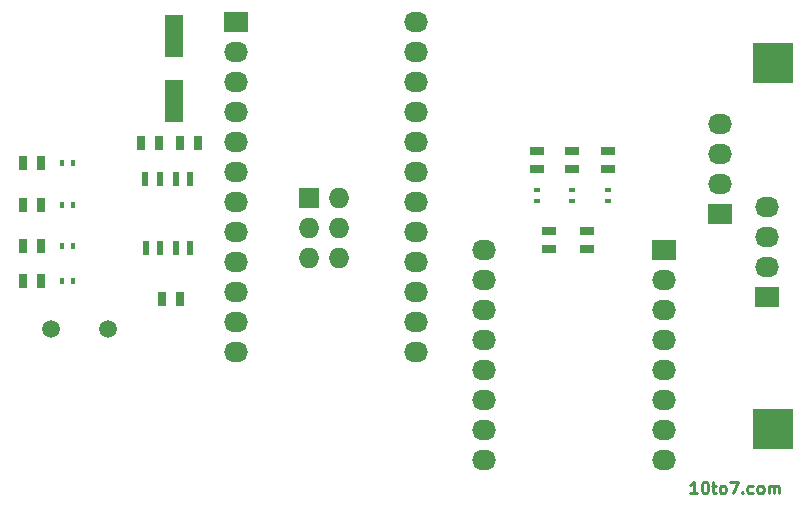
<source format=gts>
%FSLAX34Y34*%
G04 Gerber Fmt 3.4, Leading zero omitted, Abs format*
G04 (created by PCBNEW (2014-03-19 BZR 4756)-product) date Thu 12 Jun 2014 23:18:30 BST*
%MOIN*%
G01*
G70*
G90*
G04 APERTURE LIST*
%ADD10C,0.005906*%
%ADD11C,0.009843*%
%ADD12R,0.025000X0.045000*%
%ADD13R,0.063000X0.141700*%
%ADD14R,0.045000X0.025000*%
%ADD15R,0.080000X0.068000*%
%ADD16O,0.080000X0.068000*%
%ADD17R,0.023600X0.015700*%
%ADD18R,0.015700X0.023600*%
%ADD19R,0.068000X0.068000*%
%ADD20O,0.068000X0.068000*%
%ADD21R,0.023600X0.047200*%
%ADD22C,0.059100*%
%ADD23R,0.133900X0.133900*%
G04 APERTURE END LIST*
G54D10*
G54D11*
X65180Y-46634D02*
X64955Y-46634D01*
X65068Y-46634D02*
X65068Y-46241D01*
X65030Y-46297D01*
X64993Y-46334D01*
X64955Y-46353D01*
X65424Y-46241D02*
X65462Y-46241D01*
X65499Y-46259D01*
X65518Y-46278D01*
X65537Y-46316D01*
X65555Y-46391D01*
X65555Y-46484D01*
X65537Y-46559D01*
X65518Y-46597D01*
X65499Y-46616D01*
X65462Y-46634D01*
X65424Y-46634D01*
X65387Y-46616D01*
X65368Y-46597D01*
X65349Y-46559D01*
X65330Y-46484D01*
X65330Y-46391D01*
X65349Y-46316D01*
X65368Y-46278D01*
X65387Y-46259D01*
X65424Y-46241D01*
X65668Y-46372D02*
X65818Y-46372D01*
X65724Y-46241D02*
X65724Y-46578D01*
X65743Y-46616D01*
X65780Y-46634D01*
X65818Y-46634D01*
X66005Y-46634D02*
X65968Y-46616D01*
X65949Y-46597D01*
X65930Y-46559D01*
X65930Y-46447D01*
X65949Y-46409D01*
X65968Y-46391D01*
X66005Y-46372D01*
X66062Y-46372D01*
X66099Y-46391D01*
X66118Y-46409D01*
X66137Y-46447D01*
X66137Y-46559D01*
X66118Y-46597D01*
X66099Y-46616D01*
X66062Y-46634D01*
X66005Y-46634D01*
X66268Y-46241D02*
X66530Y-46241D01*
X66362Y-46634D01*
X66680Y-46597D02*
X66699Y-46616D01*
X66680Y-46634D01*
X66661Y-46616D01*
X66680Y-46597D01*
X66680Y-46634D01*
X67036Y-46616D02*
X66999Y-46634D01*
X66924Y-46634D01*
X66886Y-46616D01*
X66868Y-46597D01*
X66849Y-46559D01*
X66849Y-46447D01*
X66868Y-46409D01*
X66886Y-46391D01*
X66924Y-46372D01*
X66999Y-46372D01*
X67036Y-46391D01*
X67261Y-46634D02*
X67224Y-46616D01*
X67205Y-46597D01*
X67186Y-46559D01*
X67186Y-46447D01*
X67205Y-46409D01*
X67224Y-46391D01*
X67261Y-46372D01*
X67318Y-46372D01*
X67355Y-46391D01*
X67374Y-46409D01*
X67393Y-46447D01*
X67393Y-46559D01*
X67374Y-46597D01*
X67355Y-46616D01*
X67318Y-46634D01*
X67261Y-46634D01*
X67561Y-46634D02*
X67561Y-46372D01*
X67561Y-46409D02*
X67580Y-46391D01*
X67618Y-46372D01*
X67674Y-46372D01*
X67711Y-46391D01*
X67730Y-46428D01*
X67730Y-46634D01*
X67730Y-46428D02*
X67749Y-46391D01*
X67786Y-46372D01*
X67843Y-46372D01*
X67880Y-46391D01*
X67899Y-46428D01*
X67899Y-46634D01*
G54D12*
X48528Y-34940D03*
X47928Y-34940D03*
G54D13*
X47736Y-31397D03*
X47736Y-33563D03*
G54D12*
X47937Y-40157D03*
X47337Y-40157D03*
G54D14*
X62204Y-35231D03*
X62204Y-35831D03*
X61023Y-35231D03*
X61023Y-35831D03*
X59842Y-35231D03*
X59842Y-35831D03*
G54D12*
X42711Y-35629D03*
X43311Y-35629D03*
X42711Y-39566D03*
X43311Y-39566D03*
X42711Y-38385D03*
X43311Y-38385D03*
X42711Y-37007D03*
X43311Y-37007D03*
G54D15*
X65944Y-37326D03*
G54D16*
X65944Y-36326D03*
X65944Y-35326D03*
X65944Y-34326D03*
G54D15*
X67519Y-40082D03*
G54D16*
X67519Y-39082D03*
X67519Y-38082D03*
X67519Y-37082D03*
G54D14*
X60236Y-37888D03*
X60236Y-38488D03*
X61515Y-37888D03*
X61515Y-38488D03*
G54D17*
X62204Y-36535D03*
X62204Y-36889D03*
X61023Y-36535D03*
X61023Y-36889D03*
X59842Y-36535D03*
X59842Y-36889D03*
G54D18*
X44015Y-35629D03*
X44369Y-35629D03*
G54D12*
X46648Y-34940D03*
X47248Y-34940D03*
G54D18*
X44015Y-39566D03*
X44369Y-39566D03*
X44015Y-38385D03*
X44369Y-38385D03*
X44015Y-37007D03*
X44369Y-37007D03*
G54D16*
X58078Y-45527D03*
X58078Y-44527D03*
X58078Y-43527D03*
X58078Y-42527D03*
X58078Y-41527D03*
X58078Y-40527D03*
X58078Y-39527D03*
X58078Y-38527D03*
G54D15*
X64074Y-38527D03*
G54D16*
X64074Y-39527D03*
X64074Y-40527D03*
X64074Y-41527D03*
X64074Y-42527D03*
X64074Y-43527D03*
X64074Y-44527D03*
X64074Y-45527D03*
G54D19*
X52255Y-36795D03*
G54D20*
X53255Y-36795D03*
X52255Y-37795D03*
X53255Y-37795D03*
X52255Y-38795D03*
X53255Y-38795D03*
G54D16*
X49803Y-41917D03*
X49803Y-40917D03*
X49803Y-39917D03*
X49803Y-38917D03*
X49803Y-37917D03*
X49803Y-36917D03*
X49803Y-35917D03*
X49803Y-34917D03*
X49803Y-33917D03*
X49803Y-32917D03*
X49803Y-31917D03*
G54D15*
X49803Y-30917D03*
G54D16*
X55807Y-30917D03*
X55807Y-31917D03*
X55807Y-32917D03*
X55807Y-33917D03*
X55807Y-34917D03*
X55807Y-35917D03*
X55807Y-36917D03*
X55807Y-37917D03*
X55807Y-38917D03*
X55807Y-39917D03*
X55807Y-40917D03*
X55807Y-41917D03*
G54D21*
X46791Y-38445D03*
X47283Y-38445D03*
X47795Y-38445D03*
X48287Y-38445D03*
X48287Y-36161D03*
X47795Y-36161D03*
X47283Y-36161D03*
X46771Y-36161D03*
G54D22*
X45547Y-41141D03*
X43625Y-41141D03*
G54D23*
X67716Y-32283D03*
X67716Y-44488D03*
M02*

</source>
